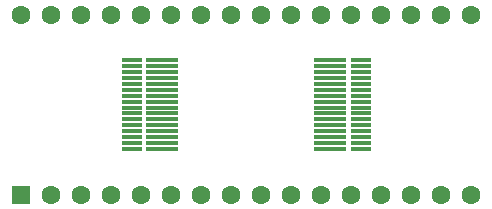
<source format=gbr>
G04 DipTrace 4.1.3.1*
G04 TopMask.gbr*
%MOIN*%
G04 #@! TF.FileFunction,Soldermask,Top*
G04 #@! TF.Part,Single*
%ADD25R,0.066929X0.015748*%
%ADD27C,0.062992*%
%ADD29R,0.062992X0.062992*%
%ADD31R,0.066929X0.011811*%
%FSLAX26Y26*%
G04*
G70*
G90*
G75*
G01*
G04 TopMask*
%LPD*%
D31*
X863780Y915354D3*
Y895669D3*
Y875984D3*
Y856299D3*
Y836614D3*
Y816929D3*
Y797244D3*
Y777559D3*
Y757874D3*
Y738189D3*
Y718504D3*
Y698819D3*
Y679134D3*
Y659449D3*
Y639764D3*
Y620079D3*
X1627559D3*
Y639764D3*
Y659449D3*
Y679134D3*
Y698819D3*
Y718504D3*
Y738189D3*
Y757874D3*
Y777559D3*
Y797244D3*
Y816929D3*
Y836614D3*
Y856299D3*
Y875984D3*
Y895669D3*
Y915354D3*
D29*
X495669Y467717D3*
D27*
X595669D3*
X695669D3*
X795669D3*
X895669D3*
X995669D3*
X1095669D3*
X1195669D3*
X1295669D3*
X1395669D3*
X1495669D3*
X1595669D3*
X1695669D3*
X1795669D3*
X1895669D3*
X1995669D3*
Y1067717D3*
X1895669D3*
X1795669D3*
X1695669D3*
X1595669D3*
X1495669D3*
X1395669D3*
X1295669D3*
X1195669D3*
X1095669D3*
X995669D3*
X895669D3*
X795669D3*
X695669D3*
X595669D3*
X495669D3*
D25*
X946453Y915354D3*
Y895669D3*
Y875984D3*
Y856299D3*
Y836614D3*
Y816929D3*
Y797244D3*
Y777559D3*
Y757874D3*
Y738189D3*
Y718504D3*
Y698819D3*
Y679134D3*
Y659449D3*
Y639764D3*
Y620079D3*
X1544886D3*
X1544878Y639764D3*
Y659449D3*
Y679134D3*
Y698819D3*
Y718504D3*
Y738189D3*
Y757874D3*
Y777559D3*
Y797244D3*
Y816929D3*
Y836614D3*
Y856299D3*
Y875984D3*
Y895669D3*
Y915354D3*
X985827D3*
Y895669D3*
Y875984D3*
Y856299D3*
Y836614D3*
Y816929D3*
Y797244D3*
Y777559D3*
Y757874D3*
Y738189D3*
Y718504D3*
Y698819D3*
Y679134D3*
Y659449D3*
Y639764D3*
Y620079D3*
X1505512D3*
Y639764D3*
Y659449D3*
Y679134D3*
Y698819D3*
Y718504D3*
Y738189D3*
Y757874D3*
Y777559D3*
Y797244D3*
Y816929D3*
Y836614D3*
Y856299D3*
Y875984D3*
Y895669D3*
Y915354D3*
M02*

</source>
